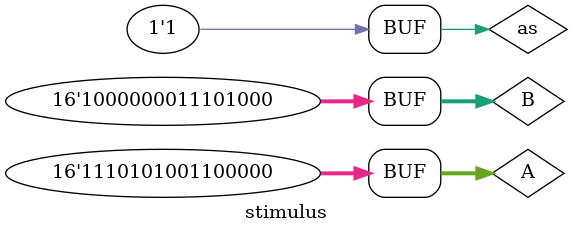
<source format=v>
module stimulus;
   reg [15:0] A, B;
   reg 	     as;
   
   wire [15:0] sum;
   wire       cout;
   
   adder16 ADDER_16(sum, cout, A, B, as);
   
   initial
     begin
	$monitor($time, "A = %b, B = %b, as = %b, ---> cout = %b, sum = %b %d\n", A, B, as, cout, sum, sum);
     end

   initial
     begin
	A = 16'd0;
	B = 16'd0;
	as = 0;
	
	#5 A = 16'd16;
	B = 16'd3;

	#5 A = 16'd32768;
	B = 16'd32768;
	as = 1;
	
	#5 A = 16'd33000;
	B = 16'd18000;

	#5 A = 16'd60000;
	B = 16'd33000;
     end // initial begin

endmodule // stimulus
</source>
